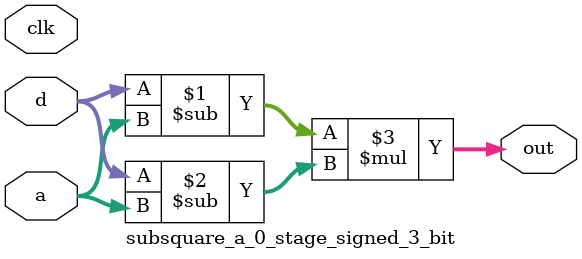
<source format=sv>
(* use_dsp = "yes" *) module subsquare_a_0_stage_signed_3_bit(
	input signed [2:0] a,
	input signed [2:0] d,
	output [2:0] out,
	input clk);

	assign out = (d - a) * (d - a);
endmodule

</source>
